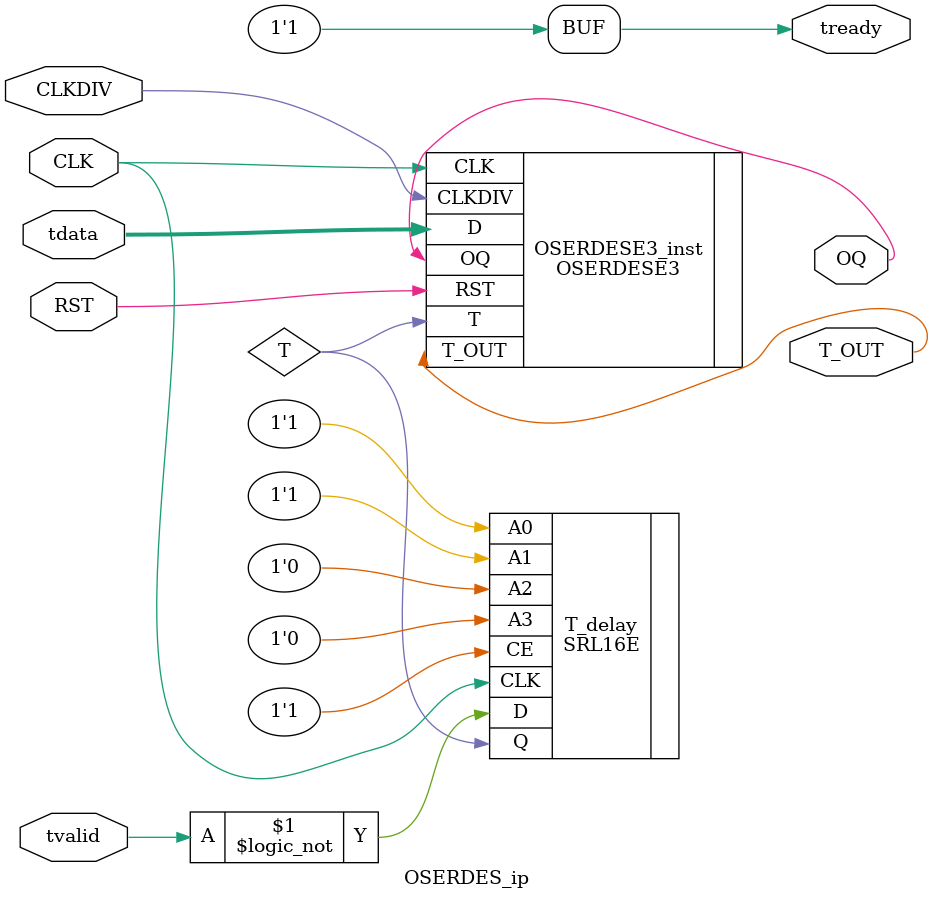
<source format=v>
`timescale 1ns / 1ps

module OSERDES_ip(
		input wire CLK,
		input wire CLKDIV,

		input wire [7:0] tdata,
		input wire tvalid,
		output wire tready,

		output wire OQ,
		output wire T_OUT,
		
		input wire RST
    );

	assign tready = 1'b1;
	
	wire T;

	SRL16E #(.INIT(16'hFFFF), .IS_CLK_INVERTED(1'b0)) T_delay (
		.Q(T),
		.CE(1'b1),
		.CLK(CLK),
		.D(!tvalid),
		.A0(1'b1),
		.A1(1'b1),
		.A2(1'b0),
		.A3(1'b0));
        
	OSERDESE3 #(
	   .DATA_WIDTH(8),                 // Parallel Data Width (4-8)
	   .INIT(1'b0),                    // Initialization value of the OSERDES flip-flops
	   .IS_CLKDIV_INVERTED(1'b0),      // Optional inversion for CLKDIV
	   .IS_CLK_INVERTED(1'b0),         // Optional inversion for CLK
	   .IS_RST_INVERTED(1'b1),         // Optional inversion for RST
	   .SIM_DEVICE("ULTRASCALE_PLUS")  // Set the device version (ULTRASCALE, ULTRASCALE_PLUS,
	)
	OSERDESE3_inst (
	   .OQ(OQ),         // 1-bit output: Serial Output Data
	   .T_OUT(T_OUT),   // 1-bit output: 3-state control output to IOB
	   .CLK(CLK),       // 1-bit input: High-speed clock
	   .CLKDIV(CLKDIV), // 1-bit input: Divided Clock
	   .D(tdata),           // 8-bit input: Parallel Data Input
	   .RST(RST),       // 1-bit input: Asynchronous Reset
	   .T(T)            // 1-bit input: Tristate input from fabric
	);
endmodule

</source>
